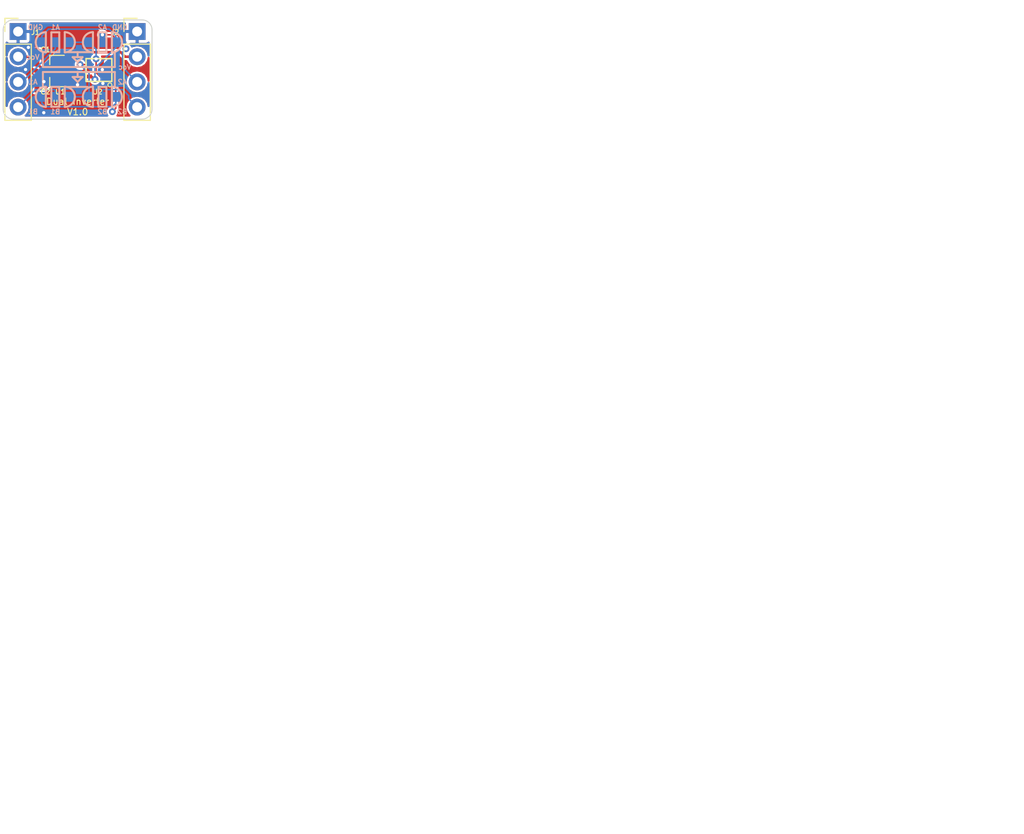
<source format=kicad_pcb>
(kicad_pcb (version 4) (host pcbnew 4.0.6)

  (general
    (links 22)
    (no_connects 0)
    (area 123.725371 98.641799 231.814713 181.568)
    (thickness 1.6)
    (drawings 36)
    (tracks 110)
    (zones 0)
    (modules 10)
    (nets 12)
  )

  (page USLetter)
  (title_block
    (title "Taranis S.Port Adapter")
    (date 2017-04-05)
    (rev 1.0)
  )

  (layers
    (0 F.Cu signal)
    (31 B.Cu signal)
    (34 B.Paste user)
    (35 F.Paste user)
    (36 B.SilkS user)
    (37 F.SilkS user)
    (38 B.Mask user)
    (39 F.Mask user)
    (41 Cmts.User user)
    (44 Edge.Cuts user)
  )

  (setup
    (last_trace_width 0.1524)
    (user_trace_width 0.1524)
    (user_trace_width 0.254)
    (trace_clearance 0.1524)
    (zone_clearance 0.2)
    (zone_45_only no)
    (trace_min 0.1524)
    (segment_width 0.2)
    (edge_width 0.1)
    (via_size 0.6858)
    (via_drill 0.3302)
    (via_min_size 0.6858)
    (via_min_drill 0.3302)
    (user_via 0.6858 0.3302)
    (user_via 1.016 0.508)
    (uvia_size 0.3)
    (uvia_drill 0.1)
    (uvias_allowed no)
    (uvia_min_size 0.2)
    (uvia_min_drill 0.1)
    (pcb_text_width 0.3)
    (pcb_text_size 1.5 1.5)
    (mod_edge_width 0.15)
    (mod_text_size 0.7 0.7)
    (mod_text_width 0.125)
    (pad_size 1 1)
    (pad_drill 0)
    (pad_to_mask_clearance 0)
    (aux_axis_origin 0 0)
    (visible_elements 7FFFFF7F)
    (pcbplotparams
      (layerselection 0x00030_80000001)
      (usegerberextensions false)
      (excludeedgelayer true)
      (linewidth 0.100000)
      (plotframeref false)
      (viasonmask false)
      (mode 1)
      (useauxorigin false)
      (hpglpennumber 1)
      (hpglpenspeed 20)
      (hpglpendiameter 15)
      (hpglpenoverlay 2)
      (psnegative false)
      (psa4output false)
      (plotreference true)
      (plotvalue true)
      (plotinvisibletext false)
      (padsonsilk false)
      (subtractmaskfromsilk false)
      (outputformat 1)
      (mirror false)
      (drillshape 1)
      (scaleselection 1)
      (outputdirectory ""))
  )

  (net 0 "")
  (net 1 VCC)
  (net 2 GND)
  (net 3 +3V3)
  (net 4 "Net-(A1-Pad1)")
  (net 5 "Net-(A1-Pad3)")
  (net 6 "Net-(A1-Pad2)")
  (net 7 "Net-(A2-Pad2)")
  (net 8 "Net-(B1-Pad1)")
  (net 9 "Net-(B1-Pad3)")
  (net 10 "Net-(B1-Pad2)")
  (net 11 "Net-(B2-Pad2)")

  (net_class Default "This is the default net class."
    (clearance 0.1524)
    (trace_width 0.1524)
    (via_dia 0.6858)
    (via_drill 0.3302)
    (uvia_dia 0.3)
    (uvia_drill 0.1)
    (add_net "Net-(A1-Pad1)")
    (add_net "Net-(A1-Pad2)")
    (add_net "Net-(A1-Pad3)")
    (add_net "Net-(A2-Pad2)")
    (add_net "Net-(B1-Pad1)")
    (add_net "Net-(B1-Pad2)")
    (add_net "Net-(B1-Pad3)")
    (add_net "Net-(B2-Pad2)")
    (add_net VCC)
  )

  (net_class Power ""
    (clearance 0.2032)
    (trace_width 0.254)
    (via_dia 1.016)
    (via_drill 0.508)
    (uvia_dia 0.3)
    (uvia_drill 0.1)
    (add_net +3V3)
    (add_net GND)
  )

  (module Pin_Headers:Pin_Header_Straight_1x04_Pitch2.54mm (layer F.Cu) (tedit 58FACE41) (tstamp 58F988A8)
    (at 143 100.67)
    (descr "Through hole straight pin header, 1x04, 2.54mm pitch, single row")
    (tags "Through hole pin header THT 1x04 2.54mm single row")
    (path /58F97915)
    (fp_text reference J2 (at -2.25 0.08) (layer F.SilkS)
      (effects (font (size 0.5 0.5) (thickness 0.1)))
    )
    (fp_text value CONN_01X04_MALE (at 0 9.95) (layer F.Fab)
      (effects (font (size 1 1) (thickness 0.15)))
    )
    (fp_line (start -1.27 -1.27) (end -1.27 8.89) (layer F.Fab) (width 0.1))
    (fp_line (start -1.27 8.89) (end 1.27 8.89) (layer F.Fab) (width 0.1))
    (fp_line (start 1.27 8.89) (end 1.27 -1.27) (layer F.Fab) (width 0.1))
    (fp_line (start 1.27 -1.27) (end -1.27 -1.27) (layer F.Fab) (width 0.1))
    (fp_line (start -1.33 1.27) (end -1.33 8.95) (layer F.SilkS) (width 0.12))
    (fp_line (start -1.33 8.95) (end 1.33 8.95) (layer F.SilkS) (width 0.12))
    (fp_line (start 1.33 8.95) (end 1.33 1.27) (layer F.SilkS) (width 0.12))
    (fp_line (start 1.33 1.27) (end -1.33 1.27) (layer F.SilkS) (width 0.12))
    (fp_line (start -1.33 0) (end -1.33 -1.33) (layer F.SilkS) (width 0.12))
    (fp_line (start -1.33 -1.33) (end 0 -1.33) (layer F.SilkS) (width 0.12))
    (fp_line (start -1.8 -1.8) (end -1.8 9.4) (layer F.CrtYd) (width 0.05))
    (fp_line (start -1.8 9.4) (end 1.8 9.4) (layer F.CrtYd) (width 0.05))
    (fp_line (start 1.8 9.4) (end 1.8 -1.8) (layer F.CrtYd) (width 0.05))
    (fp_line (start 1.8 -1.8) (end -1.8 -1.8) (layer F.CrtYd) (width 0.05))
    (fp_text user %R (at 0 -2.33) (layer F.Fab)
      (effects (font (size 1 1) (thickness 0.15)))
    )
    (pad 1 thru_hole rect (at 0 0) (size 1.7 1.7) (drill 1) (layers *.Cu *.Mask)
      (net 2 GND))
    (pad 2 thru_hole oval (at 0 2.54) (size 1.7 1.7) (drill 1) (layers *.Cu *.Mask)
      (net 1 VCC))
    (pad 3 thru_hole oval (at 0 5.08) (size 1.7 1.7) (drill 1) (layers *.Cu *.Mask)
      (net 7 "Net-(A2-Pad2)"))
    (pad 4 thru_hole oval (at 0 7.62) (size 1.7 1.7) (drill 1) (layers *.Cu *.Mask)
      (net 11 "Net-(B2-Pad2)"))
    (model ${KISYS3DMOD}/Pin_Headers.3dshapes/Pin_Header_Straight_1x04_Pitch2.54mm.wrl
      (at (xyz 0 -0.15 0))
      (scale (xyz 1 1 1))
      (rotate (xyz 0 0 90))
    )
  )

  (module jumper:SOLDER-JUMPER_2-WAY (layer B.Cu) (tedit 58FAC55E) (tstamp 58F988E1)
    (at 139.5 101.75 180)
    (path /58F984DF)
    (fp_text reference A2 (at 0 1.5 180) (layer B.SilkS)
      (effects (font (size 0.5 0.5) (thickness 0.1)) (justify mirror))
    )
    (fp_text value JUMPER_3-PIN (at 0 0 180) (layer B.SilkS) hide
      (effects (font (size 0.762 0.762) (thickness 0.1524)) (justify mirror))
    )
    (fp_line (start -0.4 1) (end -0.4 -1) (layer B.SilkS) (width 0.2032))
    (fp_line (start -0.4 -1) (end 0.4 -1) (layer B.SilkS) (width 0.2032))
    (fp_line (start 0.4 -1) (end 0.4 1) (layer B.SilkS) (width 0.2032))
    (fp_line (start 0.4 1) (end -0.4 1) (layer B.SilkS) (width 0.2032))
    (fp_line (start 0.954 -1.016) (end 0.954 1.016) (layer B.SilkS) (width 0.2032))
    (fp_line (start -0.954 1.016) (end -0.954 -1.016) (layer B.SilkS) (width 0.2032))
    (fp_arc (start 0.954 0) (end 1.97 0) (angle -90) (layer B.SilkS) (width 0.2032))
    (fp_arc (start 0.954 0) (end 0.954 1.016) (angle -90) (layer B.SilkS) (width 0.2032))
    (fp_arc (start -0.954 0) (end -1.97 0) (angle -90) (layer B.SilkS) (width 0.2032))
    (fp_arc (start -0.954 0) (end -0.954 -1.016) (angle -90) (layer B.SilkS) (width 0.2032))
    (pad 1 smd rect (at -1.35 0 180) (size 1 1) (layers B.Cu B.Paste B.Mask)
      (net 4 "Net-(A1-Pad1)"))
    (pad 3 smd rect (at 1.35 0 180) (size 1 1) (layers B.Cu B.Paste B.Mask)
      (net 5 "Net-(A1-Pad3)"))
    (pad 2 smd rect (at 0 0 180) (size 1 1) (layers B.Cu B.Paste B.Mask)
      (net 7 "Net-(A2-Pad2)"))
  )

  (module TO_SOT_Packages_SMD:SOT-23 (layer F.Cu) (tedit 58FACE2B) (tstamp 58E43CA9)
    (at 134.95 104.65 180)
    (descr "SOT-23, Standard")
    (tags SOT-23)
    (path /58FACC66)
    (attr smd)
    (fp_text reference U1 (at -0.3 -2.1 180) (layer F.SilkS)
      (effects (font (size 0.5 0.5) (thickness 0.1)))
    )
    (fp_text value MCP1754ST-3302E/MB-SOT-23 (at -0.4318 -3.81 360) (layer F.Fab)
      (effects (font (size 0.7 0.7) (thickness 0.125)))
    )
    (fp_text user %R (at 0 0 180) (layer F.Fab)
      (effects (font (size 0.7 0.7) (thickness 0.125)))
    )
    (fp_line (start -0.7 -0.95) (end -0.7 1.5) (layer F.Fab) (width 0.1))
    (fp_line (start -0.15 -1.52) (end 0.7 -1.52) (layer F.Fab) (width 0.1))
    (fp_line (start -0.7 -0.95) (end -0.15 -1.52) (layer F.Fab) (width 0.1))
    (fp_line (start 0.7 -1.52) (end 0.7 1.52) (layer F.Fab) (width 0.1))
    (fp_line (start -0.7 1.52) (end 0.7 1.52) (layer F.Fab) (width 0.1))
    (fp_line (start 0.76 1.58) (end 0.76 0.65) (layer F.SilkS) (width 0.12))
    (fp_line (start 0.76 -1.58) (end 0.76 -0.65) (layer F.SilkS) (width 0.12))
    (fp_line (start -1.7 -1.75) (end 1.7 -1.75) (layer F.CrtYd) (width 0.05))
    (fp_line (start 1.7 -1.75) (end 1.7 1.75) (layer F.CrtYd) (width 0.05))
    (fp_line (start 1.7 1.75) (end -1.7 1.75) (layer F.CrtYd) (width 0.05))
    (fp_line (start -1.7 1.75) (end -1.7 -1.75) (layer F.CrtYd) (width 0.05))
    (fp_line (start 0.76 -1.58) (end -1.4 -1.58) (layer F.SilkS) (width 0.12))
    (fp_line (start 0.76 1.58) (end -0.7 1.58) (layer F.SilkS) (width 0.12))
    (pad 1 smd rect (at -1 -0.95 180) (size 0.9 0.8) (layers F.Cu F.Paste F.Mask)
      (net 2 GND))
    (pad 2 smd rect (at -1 0.95 180) (size 0.9 0.8) (layers F.Cu F.Paste F.Mask)
      (net 3 +3V3))
    (pad 3 smd rect (at 1 0 180) (size 0.9 0.8) (layers F.Cu F.Paste F.Mask)
      (net 1 VCC))
    (model ${KISYS3DMOD}/TO_SOT_Packages_SMD.3dshapes/SOT-23.wrl
      (at (xyz 0 0 0))
      (scale (xyz 1 1 1))
      (rotate (xyz 0 0 0))
    )
  )

  (module Capacitors_SMD:C_0402_NoSilk (layer F.Cu) (tedit 58FACE56) (tstamp 58E43C13)
    (at 132.9 103.35 90)
    (descr "Capacitor SMD 0402, reflow soldering, AVX (see smccp.pdf)")
    (tags "capacitor 0402")
    (path /58E073CC)
    (attr smd)
    (fp_text reference C1 (at 0.85 0.85 180) (layer F.SilkS)
      (effects (font (size 0.5 0.5) (thickness 0.1)))
    )
    (fp_text value 1uF (at 0 1.27 90) (layer F.Fab)
      (effects (font (size 0.7 0.7) (thickness 0.125)))
    )
    (fp_text user %R (at 0 -1.27 90) (layer F.Fab)
      (effects (font (size 0.7 0.7) (thickness 0.125)))
    )
    (fp_line (start -0.5 0.25) (end -0.5 -0.25) (layer F.Fab) (width 0.1))
    (fp_line (start 0.5 0.25) (end -0.5 0.25) (layer F.Fab) (width 0.1))
    (fp_line (start 0.5 -0.25) (end 0.5 0.25) (layer F.Fab) (width 0.1))
    (fp_line (start -0.5 -0.25) (end 0.5 -0.25) (layer F.Fab) (width 0.1))
    (fp_line (start -1 -0.4) (end 1 -0.4) (layer F.CrtYd) (width 0.05))
    (fp_line (start -1 -0.4) (end -1 0.4) (layer F.CrtYd) (width 0.05))
    (fp_line (start 1 0.4) (end 1 -0.4) (layer F.CrtYd) (width 0.05))
    (fp_line (start 1 0.4) (end -1 0.4) (layer F.CrtYd) (width 0.05))
    (pad 1 smd rect (at -0.55 0 90) (size 0.6 0.5) (layers F.Cu F.Paste F.Mask)
      (net 1 VCC))
    (pad 2 smd rect (at 0.55 0 90) (size 0.6 0.5) (layers F.Cu F.Paste F.Mask)
      (net 2 GND))
    (model Capacitors_SMD.3dshapes/C_0402.wrl
      (at (xyz 0 0 0))
      (scale (xyz 1 1 1))
      (rotate (xyz 0 0 0))
    )
  )

  (module Capacitors_SMD:C_0402_NoSilk (layer F.Cu) (tedit 58FACE1E) (tstamp 58E43C19)
    (at 132.9 105.95 90)
    (descr "Capacitor SMD 0402, reflow soldering, AVX (see smccp.pdf)")
    (tags "capacitor 0402")
    (path /58E073F9)
    (attr smd)
    (fp_text reference C2 (at -0.8 0.85 180) (layer F.SilkS)
      (effects (font (size 0.5 0.5) (thickness 0.1)))
    )
    (fp_text value 1uF (at 0 1.27 90) (layer F.Fab)
      (effects (font (size 0.7 0.7) (thickness 0.125)))
    )
    (fp_text user %R (at 0 -1.27 90) (layer F.Fab)
      (effects (font (size 0.7 0.7) (thickness 0.125)))
    )
    (fp_line (start -0.5 0.25) (end -0.5 -0.25) (layer F.Fab) (width 0.1))
    (fp_line (start 0.5 0.25) (end -0.5 0.25) (layer F.Fab) (width 0.1))
    (fp_line (start 0.5 -0.25) (end 0.5 0.25) (layer F.Fab) (width 0.1))
    (fp_line (start -0.5 -0.25) (end 0.5 -0.25) (layer F.Fab) (width 0.1))
    (fp_line (start -1 -0.4) (end 1 -0.4) (layer F.CrtYd) (width 0.05))
    (fp_line (start -1 -0.4) (end -1 0.4) (layer F.CrtYd) (width 0.05))
    (fp_line (start 1 0.4) (end 1 -0.4) (layer F.CrtYd) (width 0.05))
    (fp_line (start 1 0.4) (end -1 0.4) (layer F.CrtYd) (width 0.05))
    (pad 1 smd rect (at -0.55 0 90) (size 0.6 0.5) (layers F.Cu F.Paste F.Mask)
      (net 3 +3V3))
    (pad 2 smd rect (at 0.55 0 90) (size 0.6 0.5) (layers F.Cu F.Paste F.Mask)
      (net 2 GND))
    (model Capacitors_SMD.3dshapes/C_0402.wrl
      (at (xyz 0 0 0))
      (scale (xyz 1 1 1))
      (rotate (xyz 0 0 0))
    )
  )

  (module Pin_Headers:Pin_Header_Straight_1x04_Pitch2.54mm (layer F.Cu) (tedit 58FACE4C) (tstamp 58F988A1)
    (at 131 100.67)
    (descr "Through hole straight pin header, 1x04, 2.54mm pitch, single row")
    (tags "Through hole pin header THT 1x04 2.54mm single row")
    (path /58F97874)
    (fp_text reference J1 (at 1.75 0.08) (layer F.SilkS)
      (effects (font (size 0.5 0.5) (thickness 0.1)))
    )
    (fp_text value CONN_01X04_MALE (at 0 9.95) (layer F.Fab)
      (effects (font (size 1 1) (thickness 0.15)))
    )
    (fp_line (start -1.27 -1.27) (end -1.27 8.89) (layer F.Fab) (width 0.1))
    (fp_line (start -1.27 8.89) (end 1.27 8.89) (layer F.Fab) (width 0.1))
    (fp_line (start 1.27 8.89) (end 1.27 -1.27) (layer F.Fab) (width 0.1))
    (fp_line (start 1.27 -1.27) (end -1.27 -1.27) (layer F.Fab) (width 0.1))
    (fp_line (start -1.33 1.27) (end -1.33 8.95) (layer F.SilkS) (width 0.12))
    (fp_line (start -1.33 8.95) (end 1.33 8.95) (layer F.SilkS) (width 0.12))
    (fp_line (start 1.33 8.95) (end 1.33 1.27) (layer F.SilkS) (width 0.12))
    (fp_line (start 1.33 1.27) (end -1.33 1.27) (layer F.SilkS) (width 0.12))
    (fp_line (start -1.33 0) (end -1.33 -1.33) (layer F.SilkS) (width 0.12))
    (fp_line (start -1.33 -1.33) (end 0 -1.33) (layer F.SilkS) (width 0.12))
    (fp_line (start -1.8 -1.8) (end -1.8 9.4) (layer F.CrtYd) (width 0.05))
    (fp_line (start -1.8 9.4) (end 1.8 9.4) (layer F.CrtYd) (width 0.05))
    (fp_line (start 1.8 9.4) (end 1.8 -1.8) (layer F.CrtYd) (width 0.05))
    (fp_line (start 1.8 -1.8) (end -1.8 -1.8) (layer F.CrtYd) (width 0.05))
    (fp_text user %R (at 0 -2.33) (layer F.Fab)
      (effects (font (size 1 1) (thickness 0.15)))
    )
    (pad 1 thru_hole rect (at 0 0) (size 1.7 1.7) (drill 1) (layers *.Cu *.Mask)
      (net 2 GND))
    (pad 2 thru_hole oval (at 0 2.54) (size 1.7 1.7) (drill 1) (layers *.Cu *.Mask)
      (net 1 VCC))
    (pad 3 thru_hole oval (at 0 5.08) (size 1.7 1.7) (drill 1) (layers *.Cu *.Mask)
      (net 6 "Net-(A1-Pad2)"))
    (pad 4 thru_hole oval (at 0 7.62) (size 1.7 1.7) (drill 1) (layers *.Cu *.Mask)
      (net 10 "Net-(B1-Pad2)"))
    (model ${KISYS3DMOD}/Pin_Headers.3dshapes/Pin_Header_Straight_1x04_Pitch2.54mm.wrl
      (at (xyz 0 -0.15 0))
      (scale (xyz 1 1 1))
      (rotate (xyz 0 0 90))
    )
  )

  (module jumper:SOLDER-JUMPER_2-WAY (layer B.Cu) (tedit 58FAC543) (tstamp 58F988BF)
    (at 134.75 101.75)
    (path /58F97D12)
    (fp_text reference A1 (at 0 -1.5) (layer B.SilkS)
      (effects (font (size 0.5 0.5) (thickness 0.1)) (justify mirror))
    )
    (fp_text value JUMPER_3-PIN (at 0 0) (layer B.SilkS) hide
      (effects (font (size 0.762 0.762) (thickness 0.1524)) (justify mirror))
    )
    (fp_line (start -0.4 1) (end -0.4 -1) (layer B.SilkS) (width 0.2032))
    (fp_line (start -0.4 -1) (end 0.4 -1) (layer B.SilkS) (width 0.2032))
    (fp_line (start 0.4 -1) (end 0.4 1) (layer B.SilkS) (width 0.2032))
    (fp_line (start 0.4 1) (end -0.4 1) (layer B.SilkS) (width 0.2032))
    (fp_line (start 0.954 -1.016) (end 0.954 1.016) (layer B.SilkS) (width 0.2032))
    (fp_line (start -0.954 1.016) (end -0.954 -1.016) (layer B.SilkS) (width 0.2032))
    (fp_arc (start 0.954 0) (end 1.97 0) (angle -90) (layer B.SilkS) (width 0.2032))
    (fp_arc (start 0.954 0) (end 0.954 1.016) (angle -90) (layer B.SilkS) (width 0.2032))
    (fp_arc (start -0.954 0) (end -1.97 0) (angle -90) (layer B.SilkS) (width 0.2032))
    (fp_arc (start -0.954 0) (end -0.954 -1.016) (angle -90) (layer B.SilkS) (width 0.2032))
    (pad 1 smd rect (at -1.35 0) (size 1 1) (layers B.Cu B.Paste B.Mask)
      (net 4 "Net-(A1-Pad1)"))
    (pad 3 smd rect (at 1.35 0) (size 1 1) (layers B.Cu B.Paste B.Mask)
      (net 5 "Net-(A1-Pad3)"))
    (pad 2 smd rect (at 0 0) (size 1 1) (layers B.Cu B.Paste B.Mask)
      (net 6 "Net-(A1-Pad2)"))
  )

  (module jumper:SOLDER-JUMPER_2-WAY (layer B.Cu) (tedit 58FAC59B) (tstamp 58F988D0)
    (at 134.75 107.25)
    (path /58F97E0D)
    (fp_text reference B1 (at 0 1.5) (layer B.SilkS)
      (effects (font (size 0.5 0.5) (thickness 0.1)) (justify mirror))
    )
    (fp_text value JUMPER_3-PIN (at 0 0) (layer B.SilkS) hide
      (effects (font (size 0.762 0.762) (thickness 0.1524)) (justify mirror))
    )
    (fp_line (start -0.4 1) (end -0.4 -1) (layer B.SilkS) (width 0.2032))
    (fp_line (start -0.4 -1) (end 0.4 -1) (layer B.SilkS) (width 0.2032))
    (fp_line (start 0.4 -1) (end 0.4 1) (layer B.SilkS) (width 0.2032))
    (fp_line (start 0.4 1) (end -0.4 1) (layer B.SilkS) (width 0.2032))
    (fp_line (start 0.954 -1.016) (end 0.954 1.016) (layer B.SilkS) (width 0.2032))
    (fp_line (start -0.954 1.016) (end -0.954 -1.016) (layer B.SilkS) (width 0.2032))
    (fp_arc (start 0.954 0) (end 1.97 0) (angle -90) (layer B.SilkS) (width 0.2032))
    (fp_arc (start 0.954 0) (end 0.954 1.016) (angle -90) (layer B.SilkS) (width 0.2032))
    (fp_arc (start -0.954 0) (end -1.97 0) (angle -90) (layer B.SilkS) (width 0.2032))
    (fp_arc (start -0.954 0) (end -0.954 -1.016) (angle -90) (layer B.SilkS) (width 0.2032))
    (pad 1 smd rect (at -1.35 0) (size 1 1) (layers B.Cu B.Paste B.Mask)
      (net 8 "Net-(B1-Pad1)"))
    (pad 3 smd rect (at 1.35 0) (size 1 1) (layers B.Cu B.Paste B.Mask)
      (net 9 "Net-(B1-Pad3)"))
    (pad 2 smd rect (at 0 0) (size 1 1) (layers B.Cu B.Paste B.Mask)
      (net 10 "Net-(B1-Pad2)"))
  )

  (module jumper:SOLDER-JUMPER_2-WAY (layer B.Cu) (tedit 58FAC60F) (tstamp 58F988F2)
    (at 139.5 107.25 180)
    (path /58F9842A)
    (fp_text reference B2 (at 0 -1.5 180) (layer B.SilkS)
      (effects (font (size 0.5 0.5) (thickness 0.1)) (justify mirror))
    )
    (fp_text value JUMPER_3-PIN (at 0 0 180) (layer B.SilkS) hide
      (effects (font (size 0.762 0.762) (thickness 0.1524)) (justify mirror))
    )
    (fp_line (start -0.4 1) (end -0.4 -1) (layer B.SilkS) (width 0.2032))
    (fp_line (start -0.4 -1) (end 0.4 -1) (layer B.SilkS) (width 0.2032))
    (fp_line (start 0.4 -1) (end 0.4 1) (layer B.SilkS) (width 0.2032))
    (fp_line (start 0.4 1) (end -0.4 1) (layer B.SilkS) (width 0.2032))
    (fp_line (start 0.954 -1.016) (end 0.954 1.016) (layer B.SilkS) (width 0.2032))
    (fp_line (start -0.954 1.016) (end -0.954 -1.016) (layer B.SilkS) (width 0.2032))
    (fp_arc (start 0.954 0) (end 1.97 0) (angle -90) (layer B.SilkS) (width 0.2032))
    (fp_arc (start 0.954 0) (end 0.954 1.016) (angle -90) (layer B.SilkS) (width 0.2032))
    (fp_arc (start -0.954 0) (end -1.97 0) (angle -90) (layer B.SilkS) (width 0.2032))
    (fp_arc (start -0.954 0) (end -0.954 -1.016) (angle -90) (layer B.SilkS) (width 0.2032))
    (pad 1 smd rect (at -1.35 0 180) (size 1 1) (layers B.Cu B.Paste B.Mask)
      (net 8 "Net-(B1-Pad1)"))
    (pad 3 smd rect (at 1.35 0 180) (size 1 1) (layers B.Cu B.Paste B.Mask)
      (net 9 "Net-(B1-Pad3)"))
    (pad 2 smd rect (at 0 0 180) (size 1 1) (layers B.Cu B.Paste B.Mask)
      (net 11 "Net-(B2-Pad2)"))
  )

  (module local:NC7WZ14P6X-SC70 (layer F.Cu) (tedit 58FACE37) (tstamp 58F98901)
    (at 139.15 104.55 90)
    (path /58F9743D)
    (fp_text reference U2 (at -2.2 -0.15 180) (layer F.SilkS)
      (effects (font (size 0.5 0.5) (thickness 0.1)))
    )
    (fp_text value NC7WZ14P6X (at 2.3 0 180) (layer F.Fab)
      (effects (font (size 1.2 1.2) (thickness 0.15)))
    )
    (fp_circle (center -1.5 1.1) (end -1.3 1.1) (layer F.SilkS) (width 0.1))
    (fp_line (start -1.15 -1.3) (end -1.15 1.3) (layer F.SilkS) (width 0.15))
    (fp_line (start -1.15 1.3) (end 1.15 1.3) (layer F.SilkS) (width 0.15))
    (fp_line (start 1.15 1.3) (end 1.15 -1.3) (layer F.SilkS) (width 0.15))
    (fp_line (start 1.15 -1.3) (end -1.15 -1.3) (layer F.SilkS) (width 0.15))
    (pad 6 smd rect (at -0.65 -0.95 90) (size 0.4 0.5) (layers F.Cu F.Paste F.Mask)
      (net 4 "Net-(A1-Pad1)"))
    (pad 1 smd rect (at -0.65 0.95 90) (size 0.4 0.5) (layers F.Cu F.Paste F.Mask)
      (net 5 "Net-(A1-Pad3)"))
    (pad 5 smd rect (at 0 -0.95 90) (size 0.4 0.5) (layers F.Cu F.Paste F.Mask)
      (net 3 +3V3))
    (pad 2 smd rect (at 0 0.95 90) (size 0.4 0.5) (layers F.Cu F.Paste F.Mask)
      (net 2 GND))
    (pad 4 smd rect (at 0.65 -0.95 90) (size 0.4 0.5) (layers F.Cu F.Paste F.Mask)
      (net 9 "Net-(B1-Pad3)"))
    (pad 3 smd rect (at 0.65 0.95 90) (size 0.4 0.5) (layers F.Cu F.Paste F.Mask)
      (net 8 "Net-(B1-Pad1)"))
  )

  (gr_text Vcc (at 141.75 104.25) (layer B.SilkS) (tstamp 58FAC66C)
    (effects (font (size 0.5 0.5) (thickness 0.1)) (justify mirror))
  )
  (gr_text GND (at 141.25 100.25) (layer B.SilkS) (tstamp 58FAC663)
    (effects (font (size 0.5 0.5) (thickness 0.1)) (justify mirror))
  )
  (gr_text A2 (at 141.5 105.75) (layer B.SilkS) (tstamp 58FAC377)
    (effects (font (size 0.5 0.5) (thickness 0.1)) (justify mirror))
  )
  (gr_text B2 (at 141.5 108.75) (layer B.SilkS) (tstamp 58FAC372)
    (effects (font (size 0.5 0.5) (thickness 0.1)) (justify mirror))
  )
  (gr_text B1 (at 132.5 108.75) (layer B.SilkS) (tstamp 58FAC34C)
    (effects (font (size 0.5 0.5) (thickness 0.1)) (justify mirror))
  )
  (gr_text A1 (at 132.5 105.75) (layer B.SilkS) (tstamp 58FAC321)
    (effects (font (size 0.5 0.5) (thickness 0.1)) (justify mirror))
  )
  (gr_text Vcc (at 132.5 103.25) (layer B.SilkS) (tstamp 58FAC30C)
    (effects (font (size 0.5 0.5) (thickness 0.1)) (justify mirror))
  )
  (gr_text GND (at 132.75 100.25) (layer B.SilkS)
    (effects (font (size 0.5 0.5) (thickness 0.1)) (justify mirror))
  )
  (gr_line (start 140.75 104.25) (end 140.75 102.75) (layer B.SilkS) (width 0.2))
  (gr_line (start 133.5 104.25) (end 140.75 104.25) (layer B.SilkS) (width 0.2))
  (gr_line (start 133.5 102.75) (end 133.5 104.25) (layer B.SilkS) (width 0.2))
  (gr_line (start 137 102.75) (end 137 103.25) (layer B.SilkS) (width 0.2))
  (gr_line (start 136.25 106.25) (end 138 106.25) (layer B.SilkS) (width 0.2))
  (gr_line (start 136.5 103.25) (end 137 103.75) (layer B.SilkS) (width 0.2))
  (gr_line (start 137.5 103.25) (end 137 103.75) (layer B.SilkS) (width 0.2))
  (gr_line (start 136.5 103.25) (end 137.5 103.25) (layer B.SilkS) (width 0.2))
  (gr_circle (center 137 104) (end 137 104.1) (layer B.SilkS) (width 0.1) (tstamp 58FAB2C1))
  (gr_line (start 136 102.75) (end 138.25 102.75) (layer B.SilkS) (width 0.2))
  (gr_line (start 140.75 104.75) (end 140.75 106.25) (layer B.SilkS) (width 0.2))
  (gr_line (start 133.5 104.75) (end 140.75 104.75) (layer B.SilkS) (width 0.2))
  (gr_line (start 133.5 106.25) (end 133.5 104.75) (layer B.SilkS) (width 0.2))
  (gr_line (start 137 105.25) (end 137 104.75) (layer B.SilkS) (width 0.2))
  (gr_line (start 137.5 105.25) (end 137 105.75) (layer B.SilkS) (width 0.2))
  (gr_line (start 136.5 105.25) (end 137.5 105.25) (layer B.SilkS) (width 0.2))
  (gr_line (start 137 105.75) (end 136.5 105.25) (layer B.SilkS) (width 0.2))
  (gr_circle (center 137 106) (end 137 106.1) (layer B.SilkS) (width 0.1))
  (gr_arc (start 130.5 108.5) (end 130.5 109.5) (angle 90) (layer Edge.Cuts) (width 0.1))
  (gr_arc (start 143.5 108.5) (end 144.5 108.5) (angle 90) (layer Edge.Cuts) (width 0.1))
  (gr_arc (start 143.5 100.5) (end 143.5 99.5) (angle 90) (layer Edge.Cuts) (width 0.1))
  (gr_arc (start 130.5 100.5) (end 129.5 100.5) (angle 90) (layer Edge.Cuts) (width 0.1))
  (gr_line (start 129.5 108.5) (end 129.5 100.5) (layer Edge.Cuts) (width 0.1))
  (gr_line (start 144.5 100.5) (end 144.5 108.5) (layer Edge.Cuts) (width 0.1))
  (gr_text "Copyright 2017 Brian Webb\nDistributed under the GNU General Public License V3.0" (at 168.529 178.943) (layer Cmts.User)
    (effects (font (size 1.5 1.5) (thickness 0.3)) (justify left))
  )
  (gr_text "Dual Inverter\nV1.0" (at 137 108.25) (layer F.SilkS)
    (effects (font (size 0.65 0.65) (thickness 0.1)))
  )
  (gr_line (start 143.5 109.5) (end 130.5 109.5) (layer Edge.Cuts) (width 0.1))
  (gr_line (start 130.5 99.5) (end 143.5 99.5) (layer Edge.Cuts) (width 0.1))

  (segment (start 143 103.21) (end 141.797919 103.21) (width 0.254) (layer F.Cu) (net 1))
  (segment (start 141.797919 103.21) (end 141.337919 102.75) (width 0.254) (layer F.Cu) (net 1))
  (segment (start 141.337919 102.75) (end 135.196 102.75) (width 0.254) (layer F.Cu) (net 1))
  (segment (start 135.196 102.75) (end 133.95 103.996) (width 0.254) (layer F.Cu) (net 1))
  (segment (start 133.95 103.996) (end 133.95 104.65) (width 0.254) (layer F.Cu) (net 1))
  (segment (start 131 103.21) (end 132.21 103.21) (width 0.254) (layer F.Cu) (net 1))
  (segment (start 132.21 103.21) (end 132.9 103.9) (width 0.254) (layer F.Cu) (net 1))
  (segment (start 133.95 104.65) (end 133.65 104.65) (width 0.254) (layer F.Cu) (net 1))
  (segment (start 133.65 104.65) (end 132.9 103.9) (width 0.254) (layer F.Cu) (net 1))
  (segment (start 136.988928 106.043511) (end 136.393828 106.043511) (width 0.254) (layer F.Cu) (net 2))
  (segment (start 136.393828 106.043511) (end 133.586305 108.851034) (width 0.254) (layer F.Cu) (net 2))
  (via (at 133.586305 108.851034) (size 0.6858) (drill 0.3302) (layers F.Cu B.Cu) (net 2))
  (segment (start 133.601605 105.720729) (end 135.779271 105.720729) (width 0.1524) (layer B.Cu) (net 2))
  (segment (start 132.9 105.4) (end 133.280876 105.4) (width 0.1524) (layer F.Cu) (net 2))
  (segment (start 133.280876 105.4) (end 133.601605 105.720729) (width 0.1524) (layer F.Cu) (net 2))
  (via (at 133.601605 105.720729) (size 0.6858) (drill 0.3302) (layers F.Cu B.Cu) (net 2))
  (segment (start 132.9 105.4) (end 132.9 105.45) (width 0.1524) (layer F.Cu) (net 2))
  (segment (start 131.75 104.5) (end 132.376697 103.873303) (width 0.1524) (layer B.Cu) (net 2))
  (segment (start 132.376697 103.873303) (end 132.376697 102.614624) (width 0.1524) (layer B.Cu) (net 2))
  (segment (start 132.376697 102.614624) (end 132.033798 102.271725) (width 0.1524) (layer B.Cu) (net 2))
  (segment (start 132.4976 102.8) (end 132.033798 102.271725) (width 0.1524) (layer F.Cu) (net 2))
  (segment (start 132 102.3024) (end 132.003123 102.3024) (width 0.1524) (layer F.Cu) (net 2))
  (segment (start 132.003123 102.3024) (end 132.033798 102.271725) (width 0.1524) (layer F.Cu) (net 2))
  (via (at 132.033798 102.271725) (size 0.6858) (drill 0.3302) (layers F.Cu B.Cu) (net 2))
  (segment (start 132.9 102.8) (end 132.4976 102.8) (width 0.1524) (layer F.Cu) (net 2))
  (segment (start 132.9 105.4) (end 132.9 105.35) (width 0.1524) (layer F.Cu) (net 2))
  (segment (start 132.9 105.35) (end 132.05 104.5) (width 0.1524) (layer F.Cu) (net 2))
  (segment (start 132.05 104.5) (end 131.75 104.5) (width 0.1524) (layer F.Cu) (net 2))
  (via (at 131.75 104.5) (size 0.6858) (drill 0.3302) (layers F.Cu B.Cu) (net 2))
  (segment (start 139.543962 105.899934) (end 139.201063 106.242833) (width 0.1524) (layer F.Cu) (net 2))
  (via (at 136.988928 106.043511) (size 0.6858) (drill 0.3302) (layers F.Cu B.Cu) (net 2))
  (segment (start 139.201063 106.242833) (end 137.18825 106.242833) (width 0.1524) (layer F.Cu) (net 2))
  (segment (start 137.18825 106.242833) (end 136.988928 106.043511) (width 0.1524) (layer F.Cu) (net 2))
  (segment (start 139.49039 104.510983) (end 139.49039 105.846362) (width 0.1524) (layer B.Cu) (net 2))
  (segment (start 139.49039 105.846362) (end 139.543962 105.899934) (width 0.1524) (layer B.Cu) (net 2))
  (via (at 139.543962 105.899934) (size 0.6858) (drill 0.3302) (layers F.Cu B.Cu) (net 2))
  (segment (start 139.49039 104.510983) (end 140.025373 104.510983) (width 0.1524) (layer B.Cu) (net 2))
  (segment (start 140.1 104.55) (end 139.529407 104.55) (width 0.1524) (layer F.Cu) (net 2))
  (segment (start 139.529407 104.55) (end 139.49039 104.510983) (width 0.1524) (layer F.Cu) (net 2))
  (via (at 139.49039 104.510983) (size 0.6858) (drill 0.3302) (layers F.Cu B.Cu) (net 2))
  (segment (start 132.9 106.5) (end 133.7024 106.5) (width 0.1524) (layer F.Cu) (net 3))
  (segment (start 133.7024 106.5) (end 135.95 104.2524) (width 0.1524) (layer F.Cu) (net 3))
  (segment (start 135.95 104.2524) (end 135.95 103.7) (width 0.1524) (layer F.Cu) (net 3))
  (segment (start 138.2 104.55) (end 137.621006 104.55) (width 0.1524) (layer F.Cu) (net 3))
  (segment (start 137.621006 104.55) (end 137.548705 104.622301) (width 0.1524) (layer F.Cu) (net 3))
  (segment (start 136 103.7) (end 135.95 103.7) (width 0.1524) (layer F.Cu) (net 3))
  (segment (start 137.548705 104.622301) (end 136.922301 104.622301) (width 0.1524) (layer F.Cu) (net 3))
  (segment (start 136.922301 104.622301) (end 136 103.7) (width 0.1524) (layer F.Cu) (net 3))
  (segment (start 135.95 103.7) (end 135.95 103.765681) (width 0.254) (layer F.Cu) (net 3))
  (segment (start 133.4 101.75) (end 133.4 101.0976) (width 0.1524) (layer B.Cu) (net 4))
  (segment (start 140.85 101.0976) (end 140.85 101.75) (width 0.1524) (layer B.Cu) (net 4))
  (segment (start 133.4 101.0976) (end 134.069101 100.428499) (width 0.1524) (layer B.Cu) (net 4))
  (segment (start 134.069101 100.428499) (end 140.180899 100.428499) (width 0.1524) (layer B.Cu) (net 4))
  (segment (start 140.180899 100.428499) (end 140.85 101.0976) (width 0.1524) (layer B.Cu) (net 4))
  (segment (start 138.75 105.5) (end 138.75 104.330367) (width 0.1524) (layer B.Cu) (net 4))
  (segment (start 138.75 104.330367) (end 139.08361 103.996757) (width 0.1524) (layer B.Cu) (net 4))
  (segment (start 139.08361 103.996757) (end 139.136437 103.996757) (width 0.1524) (layer B.Cu) (net 4))
  (segment (start 139.136437 103.996757) (end 140.85 102.283194) (width 0.1524) (layer B.Cu) (net 4))
  (segment (start 140.85 102.283194) (end 140.85 101.75) (width 0.1524) (layer B.Cu) (net 4))
  (segment (start 138.2 105.2) (end 138.45 105.2) (width 0.1524) (layer F.Cu) (net 4))
  (segment (start 138.45 105.2) (end 138.75 105.5) (width 0.1524) (layer F.Cu) (net 4))
  (via (at 138.75 105.5) (size 0.6858) (drill 0.3302) (layers F.Cu B.Cu) (net 4))
  (segment (start 138.2 105.2) (end 138.006578 105.2) (width 0.1524) (layer F.Cu) (net 4))
  (segment (start 138.862116 103.425256) (end 138.862116 102.462116) (width 0.1524) (layer B.Cu) (net 5))
  (segment (start 138.862116 102.462116) (end 138.15 101.75) (width 0.1524) (layer B.Cu) (net 5))
  (segment (start 140.1 105.2) (end 139.258401 105.2) (width 0.1524) (layer F.Cu) (net 5))
  (segment (start 138.862116 104.803715) (end 138.862116 103.425256) (width 0.1524) (layer F.Cu) (net 5))
  (segment (start 139.258401 105.2) (end 138.862116 104.803715) (width 0.1524) (layer F.Cu) (net 5))
  (via (at 138.862116 103.425256) (size 0.6858) (drill 0.3302) (layers F.Cu B.Cu) (net 5))
  (segment (start 136.1 101.75) (end 138.15 101.75) (width 0.1524) (layer B.Cu) (net 5))
  (segment (start 134.75 101.75) (end 134.75 102.4024) (width 0.1524) (layer B.Cu) (net 6))
  (segment (start 134.75 102.4024) (end 131.4024 105.75) (width 0.1524) (layer B.Cu) (net 6))
  (segment (start 131.4024 105.75) (end 131 105.75) (width 0.1524) (layer B.Cu) (net 6))
  (segment (start 141.875254 102.407269) (end 141.532355 102.750168) (width 0.1524) (layer B.Cu) (net 7))
  (segment (start 141.532355 102.750168) (end 141.532355 104.282355) (width 0.1524) (layer B.Cu) (net 7))
  (segment (start 141.532355 104.282355) (end 142.150001 104.900001) (width 0.1524) (layer B.Cu) (net 7))
  (segment (start 142.150001 104.900001) (end 143 105.75) (width 0.1524) (layer B.Cu) (net 7))
  (segment (start 139.5 101) (end 140.467985 101) (width 0.1524) (layer F.Cu) (net 7))
  (segment (start 140.467985 101) (end 141.875254 102.407269) (width 0.1524) (layer F.Cu) (net 7))
  (via (at 141.875254 102.407269) (size 0.6858) (drill 0.3302) (layers F.Cu B.Cu) (net 7))
  (segment (start 139.5 101.75) (end 139.5 101) (width 0.1524) (layer B.Cu) (net 7))
  (via (at 139.5 101) (size 0.6858) (drill 0.3302) (layers F.Cu B.Cu) (net 7))
  (segment (start 140.1 103.9) (end 140.402922 103.9) (width 0.1524) (layer F.Cu) (net 8))
  (segment (start 140.842899 108.407101) (end 140.5 108.75) (width 0.1524) (layer F.Cu) (net 8))
  (segment (start 140.402922 103.9) (end 140.842899 104.339977) (width 0.1524) (layer F.Cu) (net 8))
  (segment (start 140.842899 104.339977) (end 140.842899 108.407101) (width 0.1524) (layer F.Cu) (net 8))
  (segment (start 140.5024 108.25) (end 140.5 108.2524) (width 0.1524) (layer B.Cu) (net 8))
  (segment (start 140.5 108.2524) (end 140.5 108.75) (width 0.1524) (layer B.Cu) (net 8))
  (via (at 140.5 108.75) (size 0.6858) (drill 0.3302) (layers F.Cu B.Cu) (net 8))
  (segment (start 133.7476 108.25) (end 140.5024 108.25) (width 0.1524) (layer B.Cu) (net 8))
  (segment (start 140.5024 108.25) (end 140.85 107.9024) (width 0.1524) (layer B.Cu) (net 8))
  (segment (start 140.85 107.9024) (end 140.85 107.25) (width 0.1524) (layer B.Cu) (net 8))
  (segment (start 133.4 107.25) (end 133.4 107.9024) (width 0.1524) (layer B.Cu) (net 8))
  (segment (start 133.4 107.9024) (end 133.7476 108.25) (width 0.1524) (layer B.Cu) (net 8))
  (segment (start 137.25 104) (end 138.1 104) (width 0.1524) (layer F.Cu) (net 9))
  (segment (start 138.1 104) (end 138.2 103.9) (width 0.1524) (layer F.Cu) (net 9))
  (segment (start 138.15 107.25) (end 138.15 104.9) (width 0.1524) (layer B.Cu) (net 9))
  (segment (start 138.15 104.9) (end 137.25 104) (width 0.1524) (layer B.Cu) (net 9))
  (via (at 137.25 104) (size 0.6858) (drill 0.3302) (layers F.Cu B.Cu) (net 9))
  (segment (start 136.1 107.25) (end 138.15 107.25) (width 0.1524) (layer B.Cu) (net 9))
  (segment (start 131 108.29) (end 132.768601 106.521399) (width 0.1524) (layer B.Cu) (net 10))
  (segment (start 132.768601 106.521399) (end 134.673799 106.521399) (width 0.1524) (layer B.Cu) (net 10))
  (segment (start 134.673799 106.521399) (end 134.75 106.5976) (width 0.1524) (layer B.Cu) (net 10))
  (segment (start 134.75 106.5976) (end 134.75 107.25) (width 0.1524) (layer B.Cu) (net 10))
  (segment (start 139.5 107.25) (end 139.5 106.5976) (width 0.1524) (layer B.Cu) (net 11))
  (segment (start 139.5 106.5976) (end 139.576201 106.521399) (width 0.1524) (layer B.Cu) (net 11))
  (segment (start 139.576201 106.521399) (end 141.532881 106.521399) (width 0.1524) (layer B.Cu) (net 11))
  (segment (start 141.532881 106.521399) (end 142.150001 107.138519) (width 0.1524) (layer B.Cu) (net 11))
  (segment (start 142.150001 107.138519) (end 142.150001 107.440001) (width 0.1524) (layer B.Cu) (net 11))
  (segment (start 142.150001 107.440001) (end 143 108.29) (width 0.1524) (layer B.Cu) (net 11))

  (zone (net 2) (net_name GND) (layer B.Cu) (tstamp 0) (hatch edge 0.508)
    (connect_pads (clearance 0.2))
    (min_thickness 0.2)
    (fill yes (arc_segments 16) (thermal_gap 0.3) (thermal_bridge_width 0.3))
    (polygon
      (pts
        (xy 129.5 99.5) (xy 144.5 99.5) (xy 144.5 109.5) (xy 129.5 109.5)
      )
    )
    (filled_polygon
      (pts
        (xy 132.594123 107.75) (xy 132.615042 107.861173) (xy 132.680745 107.963279) (xy 132.780997 108.031778) (xy 132.9 108.055877)
        (xy 133.058792 108.055877) (xy 133.092306 108.106035) (xy 133.133986 108.168414) (xy 133.481584 108.516011) (xy 133.481586 108.516014)
        (xy 133.541451 108.556014) (xy 133.603635 108.597564) (xy 133.7476 108.626201) (xy 133.747605 108.6262) (xy 139.857208 108.6262)
        (xy 139.856989 108.87732) (xy 139.954658 109.113698) (xy 139.990897 109.15) (xy 131.765621 109.15) (xy 131.835703 109.103173)
        (xy 132.084991 108.730086) (xy 132.17253 108.29) (xy 132.084991 107.849914) (xy 132.039779 107.782249) (xy 132.594123 107.227904)
      )
    )
    (filled_polygon
      (pts
        (xy 141.184792 102.606202) (xy 141.184792 102.606203) (xy 141.156154 102.750168) (xy 141.156155 102.750173) (xy 141.156155 104.28235)
        (xy 141.156154 104.282355) (xy 141.174177 104.372957) (xy 141.184792 104.426321) (xy 141.264318 104.545342) (xy 141.266341 104.548369)
        (xy 141.883985 105.166012) (xy 141.883987 105.166015) (xy 141.960221 105.242249) (xy 141.915009 105.309914) (xy 141.82747 105.75)
        (xy 141.915009 106.190086) (xy 142.164297 106.563173) (xy 142.537384 106.812461) (xy 142.97747 106.9) (xy 143.02253 106.9)
        (xy 143.462616 106.812461) (xy 143.835703 106.563173) (xy 144.084991 106.190086) (xy 144.15 105.863265) (xy 144.15 108.176735)
        (xy 144.084991 107.849914) (xy 143.835703 107.476827) (xy 143.462616 107.227539) (xy 143.02253 107.14) (xy 142.97747 107.14)
        (xy 142.537384 107.227539) (xy 142.526201 107.235011) (xy 142.526201 107.138519) (xy 142.497564 106.994553) (xy 142.416015 106.872505)
        (xy 142.416012 106.872503) (xy 141.798895 106.255385) (xy 141.748032 106.2214) (xy 141.676847 106.173836) (xy 141.65296 106.169085)
        (xy 141.532881 106.145198) (xy 141.532876 106.145199) (xy 139.576201 106.145199) (xy 139.432235 106.173836) (xy 139.310187 106.255385)
        (xy 139.310185 106.255388) (xy 139.233986 106.331586) (xy 139.158792 106.444123) (xy 139 106.444123) (xy 138.888827 106.465042)
        (xy 138.824721 106.506293) (xy 138.769003 106.468222) (xy 138.65 106.444123) (xy 138.5262 106.444123) (xy 138.5262 106.103192)
        (xy 138.621558 106.142788) (xy 138.87732 106.143011) (xy 139.113698 106.045342) (xy 139.294706 105.864649) (xy 139.392788 105.628442)
        (xy 139.393011 105.37268) (xy 139.295342 105.136302) (xy 139.1262 104.966865) (xy 139.1262 104.486195) (xy 139.265013 104.347381)
        (xy 139.280403 104.34432) (xy 139.402451 104.262771) (xy 141.109345 102.555877) (xy 141.218418 102.555877)
      )
    )
    (filled_polygon
      (pts
        (xy 137.344123 102.25) (xy 137.365042 102.361173) (xy 137.430745 102.463279) (xy 137.530997 102.531778) (xy 137.65 102.555877)
        (xy 138.42385 102.555877) (xy 138.485916 102.617943) (xy 138.485916 102.892394) (xy 138.31741 103.060607) (xy 138.219328 103.296814)
        (xy 138.219105 103.552576) (xy 138.316774 103.788954) (xy 138.497467 103.969962) (xy 138.554638 103.993701) (xy 138.483986 104.064353)
        (xy 138.402437 104.186401) (xy 138.402437 104.186402) (xy 138.373799 104.330367) (xy 138.3738 104.330372) (xy 138.3738 104.591773)
        (xy 137.892803 104.110776) (xy 137.893011 103.87268) (xy 137.795342 103.636302) (xy 137.614649 103.455294) (xy 137.378442 103.357212)
        (xy 137.12268 103.356989) (xy 136.886302 103.454658) (xy 136.705294 103.635351) (xy 136.607212 103.871558) (xy 136.606989 104.12732)
        (xy 136.704658 104.363698) (xy 136.885351 104.544706) (xy 137.121558 104.642788) (xy 137.360969 104.642997) (xy 137.7738 105.055827)
        (xy 137.7738 106.444123) (xy 137.65 106.444123) (xy 137.538827 106.465042) (xy 137.436721 106.530745) (xy 137.368222 106.630997)
        (xy 137.344123 106.75) (xy 137.344123 106.8738) (xy 136.905877 106.8738) (xy 136.905877 106.75) (xy 136.884958 106.638827)
        (xy 136.819255 106.536721) (xy 136.719003 106.468222) (xy 136.6 106.444123) (xy 135.6 106.444123) (xy 135.488827 106.465042)
        (xy 135.424721 106.506293) (xy 135.369003 106.468222) (xy 135.25 106.444123) (xy 135.091208 106.444123) (xy 135.016014 106.331586)
        (xy 135.016011 106.331584) (xy 134.939813 106.255385) (xy 134.88895 106.2214) (xy 134.817765 106.173836) (xy 134.793878 106.169085)
        (xy 134.673799 106.145198) (xy 134.673794 106.145199) (xy 132.768606 106.145199) (xy 132.768601 106.145198) (xy 132.624637 106.173835)
        (xy 132.624636 106.173836) (xy 132.624635 106.173836) (xy 132.502587 106.255385) (xy 132.502585 106.255388) (xy 131.50327 107.254703)
        (xy 131.462616 107.227539) (xy 131.02253 107.14) (xy 130.97747 107.14) (xy 130.537384 107.227539) (xy 130.164297 107.476827)
        (xy 129.915009 107.849914) (xy 129.85 108.176735) (xy 129.85 105.863265) (xy 129.915009 106.190086) (xy 130.164297 106.563173)
        (xy 130.537384 106.812461) (xy 130.97747 106.9) (xy 131.02253 106.9) (xy 131.462616 106.812461) (xy 131.835703 106.563173)
        (xy 132.084991 106.190086) (xy 132.17253 105.75) (xy 132.133026 105.551402) (xy 135.016011 102.668416) (xy 135.016014 102.668414)
        (xy 135.091208 102.555877) (xy 135.25 102.555877) (xy 135.361173 102.534958) (xy 135.425279 102.493707) (xy 135.480997 102.531778)
        (xy 135.6 102.555877) (xy 136.6 102.555877) (xy 136.711173 102.534958) (xy 136.813279 102.469255) (xy 136.881778 102.369003)
        (xy 136.905877 102.25) (xy 136.905877 102.1262) (xy 137.344123 102.1262)
      )
    )
    (filled_polygon
      (pts
        (xy 141.75 100.52) (xy 141.85 100.62) (xy 142.95 100.62) (xy 142.95 100.6) (xy 143.05 100.6)
        (xy 143.05 100.62) (xy 143.07 100.62) (xy 143.07 100.72) (xy 143.05 100.72) (xy 143.05 101.82)
        (xy 143.15 101.92) (xy 143.929565 101.92) (xy 144.076582 101.859104) (xy 144.15 101.785686) (xy 144.15 103.096735)
        (xy 144.084991 102.769914) (xy 143.835703 102.396827) (xy 143.462616 102.147539) (xy 143.02253 102.06) (xy 142.97747 102.06)
        (xy 142.537384 102.147539) (xy 142.479528 102.186197) (xy 142.420596 102.043571) (xy 142.29724 101.92) (xy 142.85 101.92)
        (xy 142.95 101.82) (xy 142.95 100.72) (xy 141.85 100.72) (xy 141.75 100.82) (xy 141.75 101.599565)
        (xy 141.810896 101.746582) (xy 141.828642 101.764328) (xy 141.747934 101.764258) (xy 141.655877 101.802295) (xy 141.655877 101.25)
        (xy 141.634958 101.138827) (xy 141.569255 101.036721) (xy 141.469003 100.968222) (xy 141.35 100.944123) (xy 141.191208 100.944123)
        (xy 141.123824 100.843275) (xy 141.116014 100.831586) (xy 141.116011 100.831584) (xy 140.446913 100.162485) (xy 140.407525 100.136167)
        (xy 140.324865 100.080936) (xy 140.300978 100.076185) (xy 140.180899 100.052298) (xy 140.180894 100.052299) (xy 134.069106 100.052299)
        (xy 134.069101 100.052298) (xy 133.925136 100.080935) (xy 133.884637 100.107996) (xy 133.803087 100.162485) (xy 133.803085 100.162488)
        (xy 133.133986 100.831586) (xy 133.058792 100.944123) (xy 132.9 100.944123) (xy 132.788827 100.965042) (xy 132.686721 101.030745)
        (xy 132.618222 101.130997) (xy 132.594123 101.25) (xy 132.594123 102.25) (xy 132.615042 102.361173) (xy 132.680745 102.463279)
        (xy 132.780997 102.531778) (xy 132.9 102.555877) (xy 133.9 102.555877) (xy 134.011173 102.534958) (xy 134.075279 102.493707)
        (xy 134.105807 102.514566) (xy 131.744491 104.875881) (xy 131.462616 104.687539) (xy 131.02253 104.6) (xy 130.97747 104.6)
        (xy 130.537384 104.687539) (xy 130.164297 104.936827) (xy 129.915009 105.309914) (xy 129.85 105.636735) (xy 129.85 103.323265)
        (xy 129.915009 103.650086) (xy 130.164297 104.023173) (xy 130.537384 104.272461) (xy 130.97747 104.36) (xy 131.02253 104.36)
        (xy 131.462616 104.272461) (xy 131.835703 104.023173) (xy 132.084991 103.650086) (xy 132.17253 103.21) (xy 132.084991 102.769914)
        (xy 131.835703 102.396827) (xy 131.462616 102.147539) (xy 131.02253 102.06) (xy 130.97747 102.06) (xy 130.537384 102.147539)
        (xy 130.164297 102.396827) (xy 129.915009 102.769914) (xy 129.85 103.096735) (xy 129.85 101.785686) (xy 129.923418 101.859104)
        (xy 130.070435 101.92) (xy 130.85 101.92) (xy 130.95 101.82) (xy 130.95 100.72) (xy 131.05 100.72)
        (xy 131.05 101.82) (xy 131.15 101.92) (xy 131.929565 101.92) (xy 132.076582 101.859104) (xy 132.189104 101.746582)
        (xy 132.25 101.599565) (xy 132.25 100.82) (xy 132.15 100.72) (xy 131.05 100.72) (xy 130.95 100.72)
        (xy 130.93 100.72) (xy 130.93 100.62) (xy 130.95 100.62) (xy 130.95 100.6) (xy 131.05 100.6)
        (xy 131.05 100.62) (xy 132.15 100.62) (xy 132.25 100.52) (xy 132.25 99.85) (xy 141.75 99.85)
      )
    )
  )
  (zone (net 2) (net_name GND) (layer F.Cu) (tstamp 0) (hatch edge 0.508)
    (connect_pads (clearance 0.2))
    (min_thickness 0.2)
    (fill yes (arc_segments 16) (thermal_gap 0.3) (thermal_bridge_width 0.3))
    (polygon
      (pts
        (xy 129.5 99.5) (xy 144.5 99.5) (xy 144.5 109.5) (xy 129.5 109.5)
      )
    )
    (filled_polygon
      (pts
        (xy 141.495982 103.511932) (xy 141.495984 103.511935) (xy 141.581388 103.569) (xy 141.634513 103.604497) (xy 141.797919 103.637)
        (xy 141.912406 103.637) (xy 141.915009 103.650086) (xy 142.164297 104.023173) (xy 142.537384 104.272461) (xy 142.97747 104.36)
        (xy 143.02253 104.36) (xy 143.462616 104.272461) (xy 143.835703 104.023173) (xy 144.084991 103.650086) (xy 144.15 103.323265)
        (xy 144.15 105.636735) (xy 144.084991 105.309914) (xy 143.835703 104.936827) (xy 143.462616 104.687539) (xy 143.02253 104.6)
        (xy 142.97747 104.6) (xy 142.537384 104.687539) (xy 142.164297 104.936827) (xy 141.915009 105.309914) (xy 141.82747 105.75)
        (xy 141.915009 106.190086) (xy 142.164297 106.563173) (xy 142.537384 106.812461) (xy 142.97747 106.9) (xy 143.02253 106.9)
        (xy 143.462616 106.812461) (xy 143.835703 106.563173) (xy 144.084991 106.190086) (xy 144.15 105.863265) (xy 144.15 108.176735)
        (xy 144.084991 107.849914) (xy 143.835703 107.476827) (xy 143.462616 107.227539) (xy 143.02253 107.14) (xy 142.97747 107.14)
        (xy 142.537384 107.227539) (xy 142.164297 107.476827) (xy 141.915009 107.849914) (xy 141.82747 108.29) (xy 141.915009 108.730086)
        (xy 142.164297 109.103173) (xy 142.234379 109.15) (xy 141.009293 109.15) (xy 141.044706 109.114649) (xy 141.142788 108.878442)
        (xy 141.143011 108.62268) (xy 141.142859 108.622311) (xy 141.190462 108.551067) (xy 141.219099 108.407101) (xy 141.219099 104.339977)
        (xy 141.190462 104.196011) (xy 141.108913 104.073963) (xy 141.10891 104.073961) (xy 140.668936 103.633986) (xy 140.639791 103.614512)
        (xy 140.634958 103.588827) (xy 140.569255 103.486721) (xy 140.469003 103.418222) (xy 140.35 103.394123) (xy 139.85 103.394123)
        (xy 139.738827 103.415042) (xy 139.636721 103.480745) (xy 139.568222 103.580997) (xy 139.544123 103.7) (xy 139.544123 104.090191)
        (xy 139.510896 104.123418) (xy 139.45 104.270435) (xy 139.45 104.4) (xy 139.55 104.5) (xy 140.05 104.5)
        (xy 140.05 104.48) (xy 140.15 104.48) (xy 140.15 104.5) (xy 140.17 104.5) (xy 140.17 104.6)
        (xy 140.15 104.6) (xy 140.15 104.62) (xy 140.05 104.62) (xy 140.05 104.6) (xy 139.55 104.6)
        (xy 139.45 104.7) (xy 139.45 104.8238) (xy 139.414228 104.8238) (xy 139.238316 104.647887) (xy 139.238316 103.958118)
        (xy 139.406822 103.789905) (xy 139.504904 103.553698) (xy 139.505127 103.297936) (xy 139.455157 103.177) (xy 141.161049 103.177)
      )
    )
    (filled_polygon
      (pts
        (xy 129.915009 103.650086) (xy 130.164297 104.023173) (xy 130.537384 104.272461) (xy 130.97747 104.36) (xy 131.02253 104.36)
        (xy 131.462616 104.272461) (xy 131.835703 104.023173) (xy 132.06946 103.67333) (xy 132.344123 103.947992) (xy 132.344123 104.2)
        (xy 132.365042 104.311173) (xy 132.430745 104.413279) (xy 132.530997 104.481778) (xy 132.65 104.505877) (xy 132.902007 104.505877)
        (xy 133.096131 104.7) (xy 133.05 104.7) (xy 132.95 104.8) (xy 132.95 105.35) (xy 133.45 105.35)
        (xy 133.453533 105.346467) (xy 133.5 105.355877) (xy 134.309971 105.355877) (xy 133.545248 106.1206) (xy 133.4442 106.1206)
        (xy 133.437998 106.087641) (xy 133.394948 106.020738) (xy 133.489104 105.926582) (xy 133.55 105.779565) (xy 133.55 105.55)
        (xy 133.45 105.45) (xy 132.95 105.45) (xy 132.95 105.47) (xy 132.85 105.47) (xy 132.85 105.45)
        (xy 132.35 105.45) (xy 132.25 105.55) (xy 132.25 105.779565) (xy 132.310896 105.926582) (xy 132.405331 106.021017)
        (xy 132.365216 106.079727) (xy 132.34086 106.2) (xy 132.34086 106.8) (xy 132.362002 106.912359) (xy 132.428406 107.015554)
        (xy 132.529727 107.084784) (xy 132.65 107.10914) (xy 133.15 107.10914) (xy 133.262359 107.087998) (xy 133.365554 107.021594)
        (xy 133.434784 106.920273) (xy 133.443061 106.8794) (xy 133.7024 106.8794) (xy 133.84759 106.85052) (xy 133.970676 106.768276)
        (xy 135.1 105.638952) (xy 135.1 105.650002) (xy 135.199998 105.650002) (xy 135.1 105.75) (xy 135.1 106.079565)
        (xy 135.160896 106.226582) (xy 135.273418 106.339104) (xy 135.420435 106.4) (xy 135.8 106.4) (xy 135.9 106.3)
        (xy 135.9 105.65) (xy 136 105.65) (xy 136 106.3) (xy 136.1 106.4) (xy 136.479565 106.4)
        (xy 136.626582 106.339104) (xy 136.739104 106.226582) (xy 136.8 106.079565) (xy 136.8 105.75) (xy 136.7 105.65)
        (xy 136 105.65) (xy 135.9 105.65) (xy 135.88 105.65) (xy 135.88 105.55) (xy 135.9 105.55)
        (xy 135.9 104.9) (xy 135.869476 104.869476) (xy 136.218276 104.520677) (xy 136.244651 104.481204) (xy 136.62276 104.859313)
        (xy 136.479565 104.8) (xy 136.1 104.8) (xy 136 104.9) (xy 136 105.55) (xy 136.7 105.55)
        (xy 136.8 105.45) (xy 136.8 105.120435) (xy 136.739104 104.973418) (xy 136.660773 104.895087) (xy 136.745853 104.951935)
        (xy 136.777111 104.972821) (xy 136.922301 105.001701) (xy 137.548705 105.001701) (xy 137.647769 104.981996) (xy 137.644123 105)
        (xy 137.644123 105.1309) (xy 137.630378 105.2) (xy 137.644123 105.2691) (xy 137.644123 105.4) (xy 137.665042 105.511173)
        (xy 137.730745 105.613279) (xy 137.830997 105.681778) (xy 137.95 105.705877) (xy 138.139448 105.705877) (xy 138.204658 105.863698)
        (xy 138.385351 106.044706) (xy 138.621558 106.142788) (xy 138.87732 106.143011) (xy 139.113698 106.045342) (xy 139.294706 105.864649)
        (xy 139.392788 105.628442) (xy 139.392834 105.5762) (xy 139.606885 105.5762) (xy 139.630745 105.613279) (xy 139.730997 105.681778)
        (xy 139.85 105.705877) (xy 140.35 105.705877) (xy 140.461173 105.684958) (xy 140.466699 105.681402) (xy 140.466699 108.107071)
        (xy 140.37268 108.106989) (xy 140.136302 108.204658) (xy 139.955294 108.385351) (xy 139.857212 108.621558) (xy 139.856989 108.87732)
        (xy 139.954658 109.113698) (xy 139.990897 109.15) (xy 131.765621 109.15) (xy 131.835703 109.103173) (xy 132.084991 108.730086)
        (xy 132.17253 108.29) (xy 132.084991 107.849914) (xy 131.835703 107.476827) (xy 131.462616 107.227539) (xy 131.02253 107.14)
        (xy 130.97747 107.14) (xy 130.537384 107.227539) (xy 130.164297 107.476827) (xy 129.915009 107.849914) (xy 129.85 108.176735)
        (xy 129.85 105.863265) (xy 129.915009 106.190086) (xy 130.164297 106.563173) (xy 130.537384 106.812461) (xy 130.97747 106.9)
        (xy 131.02253 106.9) (xy 131.462616 106.812461) (xy 131.835703 106.563173) (xy 132.084991 106.190086) (xy 132.17253 105.75)
        (xy 132.084991 105.309914) (xy 131.891568 105.020435) (xy 132.25 105.020435) (xy 132.25 105.25) (xy 132.35 105.35)
        (xy 132.85 105.35) (xy 132.85 104.8) (xy 132.75 104.7) (xy 132.570435 104.7) (xy 132.423418 104.760896)
        (xy 132.310896 104.873418) (xy 132.25 105.020435) (xy 131.891568 105.020435) (xy 131.835703 104.936827) (xy 131.462616 104.687539)
        (xy 131.02253 104.6) (xy 130.97747 104.6) (xy 130.537384 104.687539) (xy 130.164297 104.936827) (xy 129.915009 105.309914)
        (xy 129.85 105.636735) (xy 129.85 103.323265)
      )
    )
    (filled_polygon
      (pts
        (xy 141.75 100.52) (xy 141.85 100.62) (xy 142.95 100.62) (xy 142.95 100.6) (xy 143.05 100.6)
        (xy 143.05 100.62) (xy 143.07 100.62) (xy 143.07 100.72) (xy 143.05 100.72) (xy 143.05 101.82)
        (xy 143.15 101.92) (xy 143.929565 101.92) (xy 144.076582 101.859104) (xy 144.15 101.785686) (xy 144.15 103.096735)
        (xy 144.084991 102.769914) (xy 143.835703 102.396827) (xy 143.462616 102.147539) (xy 143.02253 102.06) (xy 142.97747 102.06)
        (xy 142.537384 102.147539) (xy 142.479528 102.186197) (xy 142.420596 102.043571) (xy 142.29724 101.92) (xy 142.85 101.92)
        (xy 142.95 101.82) (xy 142.95 100.72) (xy 141.85 100.72) (xy 141.75 100.82) (xy 141.75 101.599565)
        (xy 141.810896 101.746582) (xy 141.828642 101.764328) (xy 141.764285 101.764272) (xy 140.733999 100.733986) (xy 140.713067 100.72)
        (xy 140.611951 100.652437) (xy 140.588064 100.647686) (xy 140.467985 100.623799) (xy 140.46798 100.6238) (xy 140.032862 100.6238)
        (xy 139.864649 100.455294) (xy 139.628442 100.357212) (xy 139.37268 100.356989) (xy 139.136302 100.454658) (xy 138.955294 100.635351)
        (xy 138.857212 100.871558) (xy 138.856989 101.12732) (xy 138.954658 101.363698) (xy 139.135351 101.544706) (xy 139.371558 101.642788)
        (xy 139.62732 101.643011) (xy 139.863698 101.545342) (xy 140.033135 101.3762) (xy 140.312157 101.3762) (xy 141.232451 102.296494)
        (xy 141.232427 102.323) (xy 135.196005 102.323) (xy 135.196 102.322999) (xy 135.032594 102.355503) (xy 134.894065 102.448065)
        (xy 133.648065 103.694065) (xy 133.555503 103.832594) (xy 133.535753 103.931883) (xy 133.455877 103.852007) (xy 133.455877 103.6)
        (xy 133.434958 103.488827) (xy 133.392634 103.423052) (xy 133.489104 103.326582) (xy 133.55 103.179565) (xy 133.55 102.95)
        (xy 133.45 102.85) (xy 132.95 102.85) (xy 132.95 102.87) (xy 132.85 102.87) (xy 132.85 102.85)
        (xy 132.83 102.85) (xy 132.83 102.75) (xy 132.85 102.75) (xy 132.85 102.2) (xy 132.95 102.2)
        (xy 132.95 102.75) (xy 133.45 102.75) (xy 133.55 102.65) (xy 133.55 102.420435) (xy 133.489104 102.273418)
        (xy 133.376582 102.160896) (xy 133.229565 102.1) (xy 133.05 102.1) (xy 132.95 102.2) (xy 132.85 102.2)
        (xy 132.75 102.1) (xy 132.570435 102.1) (xy 132.423418 102.160896) (xy 132.310896 102.273418) (xy 132.25 102.420435)
        (xy 132.25 102.65) (xy 132.349998 102.749998) (xy 132.25 102.749998) (xy 132.25 102.790956) (xy 132.21 102.782999)
        (xy 132.209995 102.783) (xy 132.087594 102.783) (xy 132.084991 102.769914) (xy 131.835703 102.396827) (xy 131.462616 102.147539)
        (xy 131.02253 102.06) (xy 130.97747 102.06) (xy 130.537384 102.147539) (xy 130.164297 102.396827) (xy 129.915009 102.769914)
        (xy 129.85 103.096735) (xy 129.85 101.785686) (xy 129.923418 101.859104) (xy 130.070435 101.92) (xy 130.85 101.92)
        (xy 130.95 101.82) (xy 130.95 100.72) (xy 131.05 100.72) (xy 131.05 101.82) (xy 131.15 101.92)
        (xy 131.929565 101.92) (xy 132.076582 101.859104) (xy 132.189104 101.746582) (xy 132.25 101.599565) (xy 132.25 100.82)
        (xy 132.15 100.72) (xy 131.05 100.72) (xy 130.95 100.72) (xy 130.93 100.72) (xy 130.93 100.62)
        (xy 130.95 100.62) (xy 130.95 100.6) (xy 131.05 100.6) (xy 131.05 100.62) (xy 132.15 100.62)
        (xy 132.25 100.52) (xy 132.25 99.85) (xy 141.75 99.85)
      )
    )
  )
)

</source>
